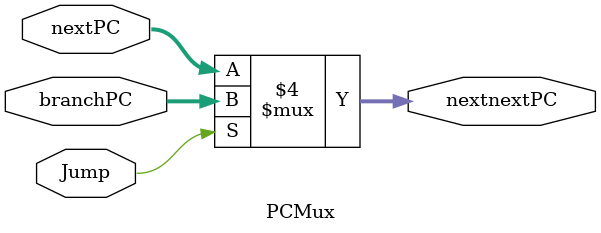
<source format=v>
module PCMux(
  input [3:0] nextPC,
  input [3:0] branchPC,
  input Jump,
  output reg [3:0] nextnextPC);

  always @(nextPC, branchPC, Jump, nextnextPC) begin
    if (Jump == 0)
      nextnextPC = nextPC;
    else
      nextnextPC = branchPC;
  end
endmodule
</source>
